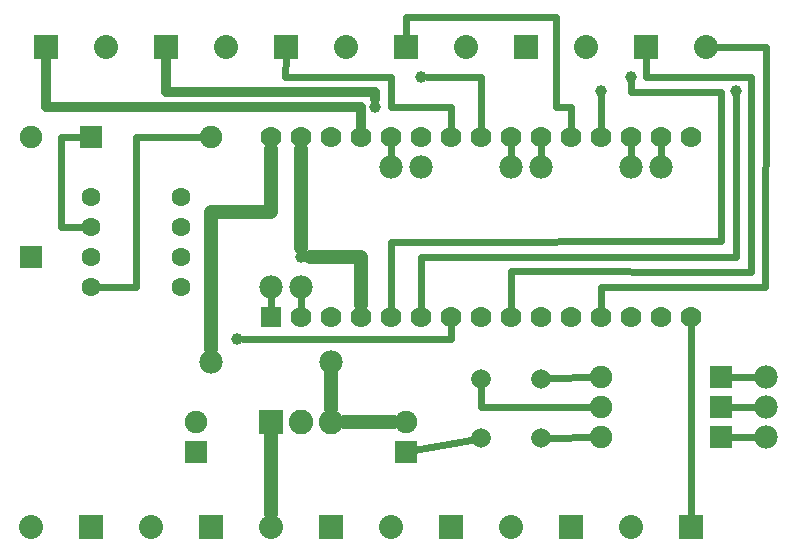
<source format=gtl>
G04 MADE WITH FRITZING*
G04 WWW.FRITZING.ORG*
G04 DOUBLE SIDED*
G04 HOLES PLATED*
G04 CONTOUR ON CENTER OF CONTOUR VECTOR*
%ASAXBY*%
%FSLAX23Y23*%
%MOIN*%
%OFA0B0*%
%SFA1.0B1.0*%
%ADD10C,0.078000*%
%ADD11C,0.065418*%
%ADD12C,0.070000*%
%ADD13C,0.063000*%
%ADD14C,0.075000*%
%ADD15C,0.080000*%
%ADD16C,0.082000*%
%ADD17C,0.039370*%
%ADD18R,0.070000X0.069972*%
%ADD19R,0.075000X0.075000*%
%ADD20R,0.080000X0.080000*%
%ADD21R,0.082000X0.082000*%
%ADD22C,0.024000*%
%ADD23C,0.048000*%
%ADD24C,0.032000*%
%LNCOPPER1*%
G90*
G70*
G54D10*
X1106Y1250D03*
X1006Y1250D03*
X1506Y1650D03*
X1406Y1650D03*
X1906Y1650D03*
X1806Y1650D03*
X2306Y1650D03*
X2206Y1650D03*
X2656Y750D03*
X2656Y850D03*
X2656Y950D03*
G54D11*
X1905Y944D03*
X1905Y745D03*
X1705Y944D03*
X1705Y745D03*
G54D12*
X1006Y1150D03*
X1106Y1150D03*
X1206Y1150D03*
X1306Y1150D03*
X1406Y1150D03*
X1506Y1150D03*
X1606Y1150D03*
X1706Y1150D03*
X1806Y1150D03*
X1906Y1150D03*
X2006Y1150D03*
X2106Y1150D03*
X2206Y1150D03*
X2306Y1150D03*
X2406Y1150D03*
X1006Y1750D03*
X1106Y1750D03*
X1206Y1750D03*
X1306Y1750D03*
X1406Y1750D03*
X1506Y1750D03*
X1606Y1750D03*
X1706Y1750D03*
X1806Y1750D03*
X1906Y1750D03*
X2006Y1750D03*
X2106Y1750D03*
X2206Y1750D03*
X2306Y1750D03*
X2406Y1750D03*
G54D13*
X706Y1250D03*
X706Y1350D03*
X706Y1450D03*
X706Y1550D03*
X406Y1550D03*
X406Y1450D03*
X406Y1350D03*
X406Y1250D03*
X706Y1250D03*
X706Y1350D03*
X706Y1450D03*
X706Y1550D03*
X406Y1550D03*
X406Y1450D03*
X406Y1350D03*
X406Y1250D03*
G54D14*
X206Y1350D03*
X206Y1750D03*
X406Y1750D03*
X806Y1750D03*
G54D15*
X1606Y450D03*
X1406Y450D03*
X1206Y450D03*
X1006Y450D03*
X406Y450D03*
X206Y450D03*
X656Y2050D03*
X856Y2050D03*
X2256Y2050D03*
X2456Y2050D03*
X1856Y2050D03*
X2056Y2050D03*
X256Y2050D03*
X456Y2050D03*
X1456Y2050D03*
X1656Y2050D03*
X1056Y2050D03*
X1256Y2050D03*
X806Y450D03*
X606Y450D03*
X2406Y450D03*
X2206Y450D03*
X2006Y450D03*
X1806Y450D03*
G54D16*
X1006Y800D03*
X1106Y800D03*
X1206Y800D03*
G54D14*
X1456Y700D03*
X1456Y800D03*
X756Y700D03*
X756Y800D03*
G54D17*
X1106Y1350D03*
G54D14*
X2506Y750D03*
X2106Y750D03*
X2506Y850D03*
X2106Y850D03*
X2506Y950D03*
X2106Y950D03*
G54D17*
X2557Y1902D03*
X1354Y1850D03*
X2106Y1902D03*
X2206Y1950D03*
X1506Y1950D03*
G54D10*
X806Y1000D03*
X1206Y1000D03*
X806Y1000D03*
X1206Y1000D03*
G54D17*
X894Y1077D03*
G54D18*
X1006Y1150D03*
G54D19*
X206Y1350D03*
X406Y1750D03*
G54D20*
X1606Y450D03*
X1206Y450D03*
X406Y450D03*
X656Y2050D03*
X2256Y2050D03*
X1856Y2050D03*
X256Y2050D03*
X1456Y2050D03*
X1056Y2050D03*
X806Y450D03*
X2406Y450D03*
X2006Y450D03*
G54D21*
X1006Y800D03*
G54D19*
X1456Y700D03*
X756Y700D03*
X2506Y750D03*
X2506Y850D03*
X2506Y950D03*
G54D22*
X1006Y1220D02*
X1006Y1179D01*
D02*
X1106Y1179D02*
X1106Y1220D01*
G54D23*
D02*
X1306Y1350D02*
X1306Y1191D01*
D02*
X1136Y1350D02*
X1306Y1350D01*
G54D22*
D02*
X2625Y750D02*
X2534Y750D01*
D02*
X2625Y850D02*
X2534Y850D01*
D02*
X2625Y950D02*
X2534Y950D01*
D02*
X2077Y949D02*
X1939Y945D01*
D02*
X2077Y750D02*
X1939Y746D01*
D02*
X1672Y739D02*
X1484Y705D01*
D02*
X2206Y1721D02*
X2206Y1680D01*
D02*
X2306Y1721D02*
X2306Y1680D01*
D02*
X1706Y850D02*
X1705Y911D01*
D02*
X2077Y850D02*
X1706Y850D01*
D02*
X1906Y1721D02*
X1906Y1680D01*
D02*
X1806Y1721D02*
X1806Y1680D01*
D02*
X1406Y1721D02*
X1406Y1680D01*
G54D23*
D02*
X1206Y844D02*
X1206Y958D01*
D02*
X806Y1500D02*
X806Y1042D01*
D02*
X1006Y1500D02*
X806Y1500D01*
D02*
X1006Y1710D02*
X1006Y1500D01*
D02*
X1006Y493D02*
X1006Y757D01*
G54D22*
D02*
X557Y1250D02*
X557Y1750D01*
D02*
X433Y1250D02*
X557Y1250D01*
D02*
X557Y1750D02*
X777Y1750D01*
G54D23*
D02*
X1106Y1710D02*
X1106Y1380D01*
D02*
X1249Y800D02*
X1416Y800D01*
G54D22*
D02*
X306Y1750D02*
X306Y1450D01*
D02*
X306Y1450D02*
X378Y1450D01*
D02*
X377Y1750D02*
X306Y1750D01*
G54D24*
D02*
X256Y1850D02*
X256Y2014D01*
D02*
X1306Y1850D02*
X256Y1850D01*
D02*
X1306Y1785D02*
X1306Y1850D01*
G54D22*
D02*
X2657Y2050D02*
X2654Y1250D01*
D02*
X2654Y1250D02*
X2106Y1250D01*
D02*
X2106Y1250D02*
X2106Y1179D01*
D02*
X2487Y2050D02*
X2657Y2050D01*
D02*
X2257Y1950D02*
X2256Y2019D01*
D02*
X2606Y1950D02*
X2257Y1950D01*
D02*
X1806Y1179D02*
X1806Y1302D01*
D02*
X2606Y1298D02*
X2606Y1950D01*
D02*
X1806Y1302D02*
X2606Y1298D01*
D02*
X2557Y1883D02*
X2557Y1350D01*
D02*
X2557Y1350D02*
X1506Y1350D01*
D02*
X1506Y1350D02*
X1506Y1179D01*
D02*
X2206Y1900D02*
X2206Y1931D01*
D02*
X2506Y1900D02*
X2206Y1900D01*
D02*
X1406Y1179D02*
X1406Y1398D01*
D02*
X2506Y1402D02*
X2506Y1900D01*
D02*
X1406Y1398D02*
X2506Y1402D01*
G54D24*
D02*
X1354Y1898D02*
X1354Y1875D01*
D02*
X657Y1898D02*
X1354Y1898D01*
D02*
X656Y2014D02*
X657Y1899D01*
G54D22*
D02*
X2006Y1850D02*
X1957Y1850D01*
D02*
X1957Y1850D02*
X1957Y2150D01*
D02*
X1957Y2150D02*
X1457Y2150D01*
D02*
X2006Y1779D02*
X2006Y1850D01*
D02*
X1457Y2150D02*
X1456Y2081D01*
D02*
X2106Y1779D02*
X2106Y1883D01*
D02*
X1406Y1850D02*
X1406Y1950D01*
D02*
X1406Y1950D02*
X1054Y1950D01*
D02*
X1606Y1850D02*
X1406Y1850D01*
D02*
X1054Y1950D02*
X1055Y2019D01*
D02*
X1606Y1779D02*
X1606Y1850D01*
D02*
X1706Y1950D02*
X1525Y1950D01*
D02*
X1706Y1779D02*
X1706Y1950D01*
D02*
X2406Y1121D02*
X2406Y481D01*
D02*
X1606Y1121D02*
X1606Y1075D01*
D02*
X1606Y1075D02*
X913Y1077D01*
G04 End of Copper1*
M02*
</source>
